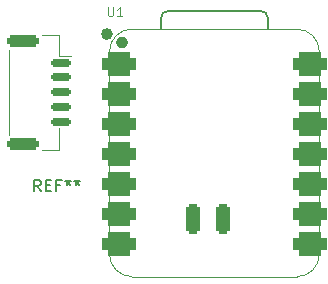
<source format=gbr>
%TF.GenerationSoftware,KiCad,Pcbnew,9.0.5*%
%TF.CreationDate,2025-11-15T15:45:14-05:00*%
%TF.ProjectId,CBU-Replacement-Daughterboard,4342552d-5265-4706-9c61-63656d656e74,rev?*%
%TF.SameCoordinates,Original*%
%TF.FileFunction,Legend,Top*%
%TF.FilePolarity,Positive*%
%FSLAX46Y46*%
G04 Gerber Fmt 4.6, Leading zero omitted, Abs format (unit mm)*
G04 Created by KiCad (PCBNEW 9.0.5) date 2025-11-15 15:45:14*
%MOMM*%
%LPD*%
G01*
G04 APERTURE LIST*
G04 Aperture macros list*
%AMRoundRect*
0 Rectangle with rounded corners*
0 $1 Rounding radius*
0 $2 $3 $4 $5 $6 $7 $8 $9 X,Y pos of 4 corners*
0 Add a 4 corners polygon primitive as box body*
4,1,4,$2,$3,$4,$5,$6,$7,$8,$9,$2,$3,0*
0 Add four circle primitives for the rounded corners*
1,1,$1+$1,$2,$3*
1,1,$1+$1,$4,$5*
1,1,$1+$1,$6,$7*
1,1,$1+$1,$8,$9*
0 Add four rect primitives between the rounded corners*
20,1,$1+$1,$2,$3,$4,$5,0*
20,1,$1+$1,$4,$5,$6,$7,0*
20,1,$1+$1,$6,$7,$8,$9,0*
20,1,$1+$1,$8,$9,$2,$3,0*%
G04 Aperture macros list end*
%ADD10C,0.150000*%
%ADD11C,0.106680*%
%ADD12C,0.120000*%
%ADD13C,0.100000*%
%ADD14C,0.127000*%
%ADD15C,0.504000*%
%ADD16C,2.500000*%
%ADD17RoundRect,0.250000X-1.100000X0.250000X-1.100000X-0.250000X1.100000X-0.250000X1.100000X0.250000X0*%
%ADD18RoundRect,0.150000X-0.700000X0.150000X-0.700000X-0.150000X0.700000X-0.150000X0.700000X0.150000X0*%
%ADD19RoundRect,0.525400X-0.900400X-0.525400X0.900400X-0.525400X0.900400X0.525400X-0.900400X0.525400X0*%
%ADD20RoundRect,0.300400X-0.300400X1.000400X-0.300400X-1.000400X0.300400X-1.000400X0.300400X1.000400X0*%
%ADD21C,1.700000*%
G04 APERTURE END LIST*
D10*
X140866666Y-98304819D02*
X140533333Y-97828628D01*
X140295238Y-98304819D02*
X140295238Y-97304819D01*
X140295238Y-97304819D02*
X140676190Y-97304819D01*
X140676190Y-97304819D02*
X140771428Y-97352438D01*
X140771428Y-97352438D02*
X140819047Y-97400057D01*
X140819047Y-97400057D02*
X140866666Y-97495295D01*
X140866666Y-97495295D02*
X140866666Y-97638152D01*
X140866666Y-97638152D02*
X140819047Y-97733390D01*
X140819047Y-97733390D02*
X140771428Y-97781009D01*
X140771428Y-97781009D02*
X140676190Y-97828628D01*
X140676190Y-97828628D02*
X140295238Y-97828628D01*
X141295238Y-97781009D02*
X141628571Y-97781009D01*
X141771428Y-98304819D02*
X141295238Y-98304819D01*
X141295238Y-98304819D02*
X141295238Y-97304819D01*
X141295238Y-97304819D02*
X141771428Y-97304819D01*
X142533333Y-97781009D02*
X142200000Y-97781009D01*
X142200000Y-98304819D02*
X142200000Y-97304819D01*
X142200000Y-97304819D02*
X142676190Y-97304819D01*
X143200000Y-97304819D02*
X143200000Y-97542914D01*
X142961905Y-97447676D02*
X143200000Y-97542914D01*
X143200000Y-97542914D02*
X143438095Y-97447676D01*
X143057143Y-97733390D02*
X143200000Y-97542914D01*
X143200000Y-97542914D02*
X143342857Y-97733390D01*
X143961905Y-97304819D02*
X143961905Y-97542914D01*
X143723810Y-97447676D02*
X143961905Y-97542914D01*
X143961905Y-97542914D02*
X144200000Y-97447676D01*
X143819048Y-97733390D02*
X143961905Y-97542914D01*
X143961905Y-97542914D02*
X144104762Y-97733390D01*
D11*
X146556450Y-82696391D02*
X146556450Y-83329698D01*
X146556450Y-83329698D02*
X146593704Y-83404204D01*
X146593704Y-83404204D02*
X146630957Y-83441458D01*
X146630957Y-83441458D02*
X146705464Y-83478711D01*
X146705464Y-83478711D02*
X146854477Y-83478711D01*
X146854477Y-83478711D02*
X146928984Y-83441458D01*
X146928984Y-83441458D02*
X146966237Y-83404204D01*
X146966237Y-83404204D02*
X147003490Y-83329698D01*
X147003490Y-83329698D02*
X147003490Y-82696391D01*
X147785810Y-83478711D02*
X147338770Y-83478711D01*
X147562290Y-83478711D02*
X147562290Y-82696391D01*
X147562290Y-82696391D02*
X147487783Y-82808151D01*
X147487783Y-82808151D02*
X147413277Y-82882658D01*
X147413277Y-82882658D02*
X147338770Y-82919911D01*
D12*
%TO.C,J1*%
X142410000Y-94760000D02*
X142410000Y-92960000D01*
X142410000Y-86840000D02*
X143400000Y-86840000D01*
X142410000Y-85040000D02*
X142410000Y-86840000D01*
X140960000Y-94760000D02*
X142410000Y-94760000D01*
X140960000Y-85040000D02*
X142410000Y-85040000D01*
X138140000Y-86310000D02*
X138140000Y-93490000D01*
D13*
%TO.C,U1*%
X146683400Y-103614500D02*
X146683400Y-86469500D01*
X148588400Y-105519500D02*
X162558400Y-105519500D01*
D14*
X151078400Y-84564500D02*
X151082128Y-83554228D01*
X151582128Y-83054500D02*
X159577400Y-83054500D01*
X160077400Y-83554500D02*
X160077400Y-84564500D01*
D13*
X162558400Y-84564500D02*
X148588400Y-84564500D01*
X164463400Y-103614500D02*
X164463400Y-86469500D01*
X146683400Y-86465500D02*
G75*
G02*
X148588400Y-84560500I1905001J-1D01*
G01*
X148588400Y-105519500D02*
G75*
G02*
X146683400Y-103614500I1J1905001D01*
G01*
D14*
X151082128Y-83554228D02*
G75*
G02*
X151582128Y-83054501I500018J-291D01*
G01*
X159577400Y-83054500D02*
G75*
G02*
X160077400Y-83554500I0J-500000D01*
G01*
D13*
X162558400Y-84564500D02*
G75*
G02*
X164463400Y-86469500I0J-1905000D01*
G01*
X164463400Y-103614500D02*
G75*
G02*
X162558400Y-105519500I-1905000J0D01*
G01*
D15*
X146725400Y-84980500D02*
G75*
G02*
X146221400Y-84980500I-252000J0D01*
G01*
X146221400Y-84980500D02*
G75*
G02*
X146725400Y-84980500I252000J0D01*
G01*
X147999400Y-85697500D02*
G75*
G02*
X147495400Y-85697500I-252000J0D01*
G01*
X147495400Y-85697500D02*
G75*
G02*
X147999400Y-85697500I252000J0D01*
G01*
%TD*%
%LPC*%
D16*
%TO.C,REF\u002A\u002A*%
X142200000Y-101300000D03*
%TD*%
D17*
%TO.C,J1*%
X139350000Y-94250000D03*
X139350000Y-85550000D03*
D18*
X142550000Y-92400000D03*
X142550000Y-91150000D03*
X142550000Y-89900000D03*
X142550000Y-88650000D03*
X142550000Y-87400000D03*
%TD*%
D19*
%TO.C,U1*%
X147518400Y-87481500D03*
X147518400Y-90021500D03*
X147518400Y-92561500D03*
X147518400Y-95101500D03*
X147518400Y-97641500D03*
X147518400Y-100181500D03*
X147518400Y-102721500D03*
X163683400Y-102721500D03*
X163683400Y-100181500D03*
X163683400Y-97641500D03*
X163683400Y-95101500D03*
X163683400Y-92561500D03*
X163683400Y-90021500D03*
X163683400Y-87481500D03*
D20*
X153792000Y-100633200D03*
X156332000Y-100633200D03*
D21*
X154300000Y-86460000D03*
X156840000Y-86460000D03*
X154300000Y-89000000D03*
X156840000Y-89000000D03*
X154300000Y-91540000D03*
X156840000Y-91540000D03*
X154300000Y-94080000D03*
X156747400Y-94023200D03*
%TD*%
%LPD*%
M02*

</source>
